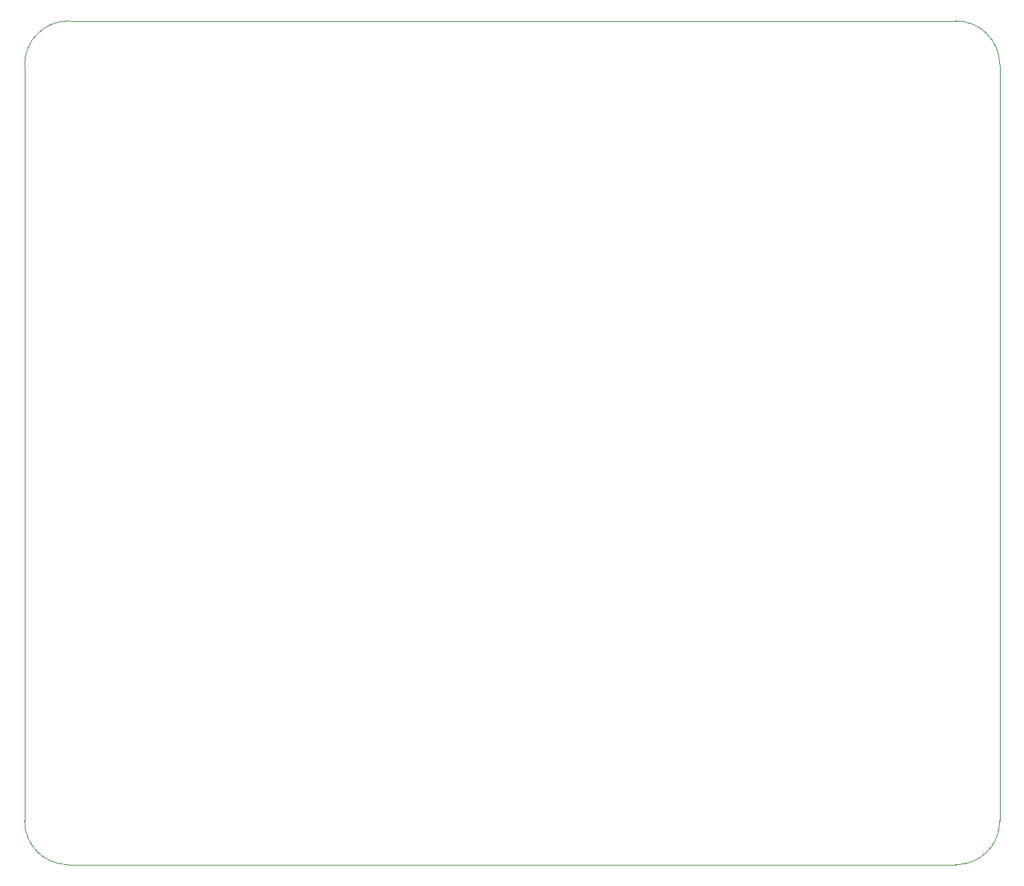
<source format=gbr>
%TF.GenerationSoftware,KiCad,Pcbnew,7.0.10*%
%TF.CreationDate,2024-05-09T15:11:22-03:00*%
%TF.ProjectId,board,626f6172-642e-46b6-9963-61645f706362,1.6*%
%TF.SameCoordinates,Original*%
%TF.FileFunction,Profile,NP*%
%FSLAX46Y46*%
G04 Gerber Fmt 4.6, Leading zero omitted, Abs format (unit mm)*
G04 Created by KiCad (PCBNEW 7.0.10) date 2024-05-09 15:11:22*
%MOMM*%
%LPD*%
G01*
G04 APERTURE LIST*
%TA.AperFunction,Profile*%
%ADD10C,0.050000*%
%TD*%
G04 APERTURE END LIST*
D10*
X92202000Y-41148000D02*
X92202000Y-129032000D01*
X205486000Y-129032000D02*
X205486000Y-41148000D01*
X92202000Y-129032000D02*
G75*
G03*
X97282000Y-134112000I5080000J0D01*
G01*
X97282000Y-36068000D02*
G75*
G03*
X92202000Y-41148000I0J-5080000D01*
G01*
X200406000Y-134112000D02*
G75*
G03*
X205486000Y-129032000I0J5080000D01*
G01*
X97282000Y-134112000D02*
X200406000Y-134112000D01*
X205486000Y-41148000D02*
G75*
G03*
X200406000Y-36068000I-5080000J0D01*
G01*
X97282000Y-36068000D02*
X200406000Y-36068000D01*
M02*

</source>
